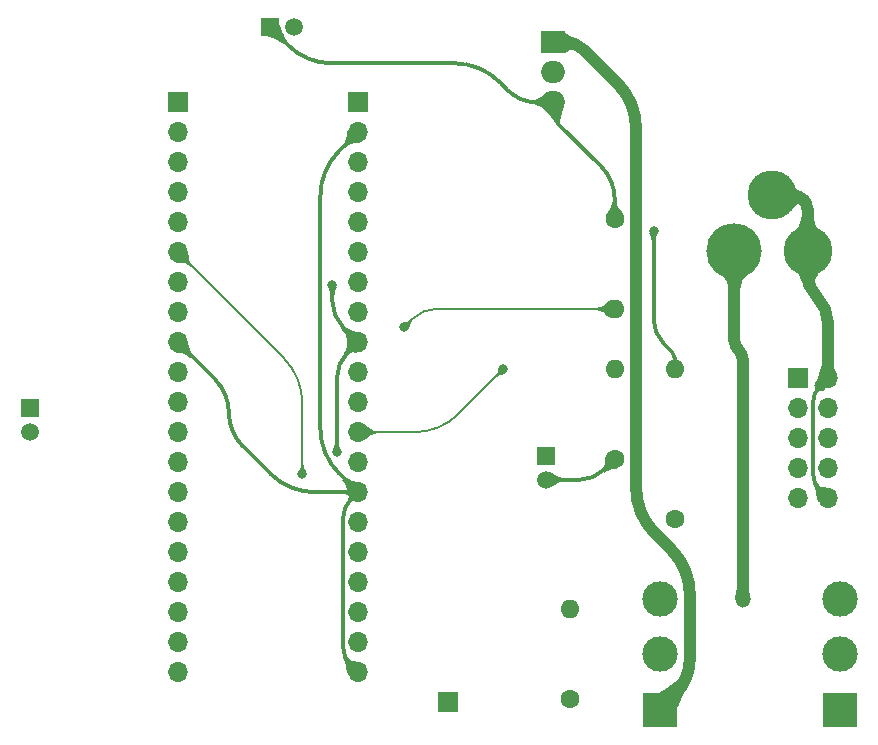
<source format=gbl>
%TF.GenerationSoftware,KiCad,Pcbnew,8.0.7*%
%TF.CreationDate,2025-02-09T12:28:47+02:00*%
%TF.ProjectId,EPM7032S Programmer,45504d37-3033-4325-9320-50726f677261,V0*%
%TF.SameCoordinates,Original*%
%TF.FileFunction,Copper,L2,Bot*%
%TF.FilePolarity,Positive*%
%FSLAX46Y46*%
G04 Gerber Fmt 4.6, Leading zero omitted, Abs format (unit mm)*
G04 Created by KiCad (PCBNEW 8.0.7) date 2025-02-09 12:28:47*
%MOMM*%
%LPD*%
G01*
G04 APERTURE LIST*
%TA.AperFunction,ComponentPad*%
%ADD10R,1.700000X1.700000*%
%TD*%
%TA.AperFunction,ComponentPad*%
%ADD11O,1.700000X1.700000*%
%TD*%
%TA.AperFunction,ComponentPad*%
%ADD12R,1.500000X1.500000*%
%TD*%
%TA.AperFunction,ComponentPad*%
%ADD13C,1.500000*%
%TD*%
%TA.AperFunction,ComponentPad*%
%ADD14O,1.600000X1.600000*%
%TD*%
%TA.AperFunction,ComponentPad*%
%ADD15C,1.600000*%
%TD*%
%TA.AperFunction,ComponentPad*%
%ADD16C,4.150000*%
%TD*%
%TA.AperFunction,ComponentPad*%
%ADD17C,4.700000*%
%TD*%
%TA.AperFunction,ComponentPad*%
%ADD18C,3.000000*%
%TD*%
%TA.AperFunction,ComponentPad*%
%ADD19R,3.000000X3.000000*%
%TD*%
%TA.AperFunction,ComponentPad*%
%ADD20O,2.000000X1.905000*%
%TD*%
%TA.AperFunction,ComponentPad*%
%ADD21R,2.000000X1.905000*%
%TD*%
%TA.AperFunction,ViaPad*%
%ADD22C,0.800000*%
%TD*%
%TA.AperFunction,ViaPad*%
%ADD23C,1.300000*%
%TD*%
%TA.AperFunction,Conductor*%
%ADD24C,0.380000*%
%TD*%
%TA.AperFunction,Conductor*%
%ADD25C,1.000000*%
%TD*%
%TA.AperFunction,Conductor*%
%ADD26C,0.200000*%
%TD*%
G04 APERTURE END LIST*
D10*
%TO.P,J5,1,Pin_1*%
%TO.N,/INPUT{slash}OE1*%
X25400000Y-33020000D03*
%TD*%
%TO.P,J1,1,Pin_1*%
%TO.N,unconnected-(J1-Pin_1-Pad1)*%
X2540000Y17780000D03*
D11*
%TO.P,J1,2,Pin_2*%
%TO.N,/5V*%
X2540000Y15240000D03*
%TO.P,J1,3,Pin_3*%
%TO.N,unconnected-(J1-Pin_3-Pad3)*%
X2540000Y12700000D03*
%TO.P,J1,4,Pin_4*%
%TO.N,unconnected-(J1-Pin_4-Pad4)*%
X2540000Y10160000D03*
%TO.P,J1,5,Pin_5*%
%TO.N,unconnected-(J1-Pin_5-Pad5)*%
X2540000Y7620000D03*
%TO.P,J1,6,Pin_6*%
%TO.N,/TDI*%
X2540000Y5080000D03*
%TO.P,J1,7,Pin_7*%
%TO.N,unconnected-(J1-Pin_7-Pad7)*%
X2540000Y2540000D03*
%TO.P,J1,8,Pin_8*%
%TO.N,unconnected-(J1-Pin_8-Pad8)*%
X2540000Y0D03*
%TO.P,J1,9,Pin_9*%
%TO.N,/GND*%
X2540000Y-2540000D03*
%TO.P,J1,10,Pin_10*%
%TO.N,unconnected-(J1-Pin_10-Pad10)*%
X2540000Y-5080000D03*
%TO.P,J1,11,Pin_11*%
%TO.N,unconnected-(J1-Pin_11-Pad11)*%
X2540000Y-7620000D03*
%TO.P,J1,12,Pin_12*%
%TO.N,/TMS*%
X2540000Y-10160000D03*
%TO.P,J1,13,Pin_13*%
%TO.N,unconnected-(J1-Pin_13-Pad13)*%
X2540000Y-12700000D03*
%TO.P,J1,14,Pin_14*%
%TO.N,/5V*%
X2540000Y-15240000D03*
%TO.P,J1,15,Pin_15*%
%TO.N,unconnected-(J1-Pin_15-Pad15)*%
X2540000Y-17780000D03*
%TO.P,J1,16,Pin_16*%
%TO.N,unconnected-(J1-Pin_16-Pad16)*%
X2540000Y-20320000D03*
%TO.P,J1,17,Pin_17*%
%TO.N,unconnected-(J1-Pin_17-Pad17)*%
X2540000Y-22860000D03*
%TO.P,J1,18,Pin_18*%
%TO.N,unconnected-(J1-Pin_18-Pad18)*%
X2540000Y-25400000D03*
%TO.P,J1,19,Pin_19*%
%TO.N,unconnected-(J1-Pin_19-Pad19)*%
X2540000Y-27940000D03*
%TO.P,J1,20,Pin_20*%
%TO.N,unconnected-(J1-Pin_20-Pad20)*%
X2540000Y-30480000D03*
%TD*%
D12*
%TO.P,C1,1*%
%TO.N,/5V*%
X10356000Y24130000D03*
D13*
%TO.P,C1,2*%
%TO.N,/GND*%
X12356000Y24130000D03*
%TD*%
D14*
%TO.P,R4,2*%
%TO.N,/INPUT{slash}OE1*%
X35724000Y-25129000D03*
D15*
%TO.P,R4,1*%
%TO.N,Net-(S1-P1)*%
X35724000Y-32749000D03*
%TD*%
D16*
%TO.P,J2,SHL2,GND*%
%TO.N,/GND*%
X55857000Y5207000D03*
%TO.P,J2,SHL1,GND*%
X52857000Y9907000D03*
D17*
%TO.P,J2,INNER,VCC*%
%TO.N,/12V Socket*%
X49657000Y5207000D03*
%TD*%
D18*
%TO.P,S2,3,P2*%
%TO.N,unconnected-(S2-P2-Pad3)*%
X43344000Y-24240000D03*
%TO.P,S2,2,CM*%
%TO.N,/12V Socket*%
X43344000Y-28939000D03*
D19*
%TO.P,S2,1,P1*%
%TO.N,/12V*%
X43344000Y-33638000D03*
%TD*%
D20*
%TO.P,U1,3,OUT*%
%TO.N,/5V*%
X34290000Y17780000D03*
%TO.P,U1,2,GND*%
%TO.N,/GND*%
X34290000Y20320000D03*
D21*
%TO.P,U1,1,IN*%
%TO.N,/12V*%
X34290000Y22860000D03*
%TD*%
D14*
%TO.P,R1,2*%
%TO.N,/5V*%
X44614000Y-4809000D03*
D15*
%TO.P,R1,1*%
%TO.N,Net-(J3-Pin_4)*%
X44614000Y-17509000D03*
%TD*%
D13*
%TO.P,C3,2*%
%TO.N,/GND*%
X33692000Y-14191000D03*
D12*
%TO.P,C3,1*%
%TO.N,/5V*%
X33692000Y-12191000D03*
%TD*%
D11*
%TO.P,J3,10,Pin_10*%
%TO.N,/GND*%
X57568000Y-15731000D03*
%TO.P,J3,9,Pin_9*%
%TO.N,/TDI*%
X55028000Y-15731000D03*
%TO.P,J3,8,Pin_8*%
%TO.N,unconnected-(J3-Pin_8-Pad8)*%
X57568000Y-13191000D03*
%TO.P,J3,7,Pin_7*%
%TO.N,unconnected-(J3-Pin_7-Pad7)*%
X55028000Y-13191000D03*
%TO.P,J3,6,Pin_6*%
%TO.N,unconnected-(J3-Pin_6-Pad6)*%
X57568000Y-10651000D03*
%TO.P,J3,5,Pin_5*%
%TO.N,/TMS*%
X55028000Y-10651000D03*
%TO.P,J3,4,Pin_4*%
%TO.N,Net-(J3-Pin_4)*%
X57568000Y-8111000D03*
%TO.P,J3,3,Pin_3*%
%TO.N,/TDO*%
X55028000Y-8111000D03*
%TO.P,J3,2,Pin_2*%
%TO.N,/GND*%
X57568000Y-5571000D03*
D10*
%TO.P,J3,1,Pin_1*%
%TO.N,/TCK*%
X55028000Y-5571000D03*
%TD*%
D14*
%TO.P,R2,2*%
%TO.N,/TCK*%
X39534000Y-4809000D03*
D15*
%TO.P,R2,1*%
%TO.N,/GND*%
X39534000Y-12429000D03*
%TD*%
D14*
%TO.P,R3,2*%
%TO.N,/TMS*%
X39534000Y271000D03*
D15*
%TO.P,R3,1*%
%TO.N,/5V*%
X39534000Y7891000D03*
%TD*%
D18*
%TO.P,S1,3,P2*%
%TO.N,unconnected-(S1-P2-Pad3)*%
X58584000Y-24240000D03*
%TO.P,S1,2,CM*%
%TO.N,/12V*%
X58584000Y-28939000D03*
D19*
%TO.P,S1,1,P1*%
%TO.N,Net-(S1-P1)*%
X58584000Y-33638000D03*
%TD*%
D13*
%TO.P,C4,2*%
%TO.N,/GND*%
X-9996000Y-10127000D03*
D12*
%TO.P,C4,1*%
%TO.N,/5V*%
X-9996000Y-8127000D03*
%TD*%
D10*
%TO.P,J4,1,Pin_1*%
%TO.N,unconnected-(J4-Pin_1-Pad1)*%
X17780000Y17780000D03*
D11*
%TO.P,J4,2,Pin_2*%
%TO.N,/GND*%
X17780000Y15240000D03*
%TO.P,J4,3,Pin_3*%
%TO.N,unconnected-(J4-Pin_3-Pad3)*%
X17780000Y12700000D03*
%TO.P,J4,4,Pin_4*%
%TO.N,unconnected-(J4-Pin_4-Pad4)*%
X17780000Y10160000D03*
%TO.P,J4,5,Pin_5*%
%TO.N,unconnected-(J4-Pin_5-Pad5)*%
X17780000Y7620000D03*
%TO.P,J4,6,Pin_6*%
%TO.N,/TDO*%
X17780000Y5080000D03*
%TO.P,J4,7,Pin_7*%
%TO.N,unconnected-(J4-Pin_7-Pad7)*%
X17780000Y2540000D03*
%TO.P,J4,8,Pin_8*%
%TO.N,unconnected-(J4-Pin_8-Pad8)*%
X17780000Y0D03*
%TO.P,J4,9,Pin_9*%
%TO.N,/5V*%
X17780000Y-2540000D03*
%TO.P,J4,10,Pin_10*%
%TO.N,unconnected-(J4-Pin_10-Pad10)*%
X17780000Y-5080000D03*
%TO.P,J4,11,Pin_11*%
%TO.N,unconnected-(J4-Pin_11-Pad11)*%
X17780000Y-7620000D03*
%TO.P,J4,12,Pin_12*%
%TO.N,/TCK*%
X17780000Y-10160000D03*
%TO.P,J4,13,Pin_13*%
%TO.N,unconnected-(J4-Pin_13-Pad13)*%
X17780000Y-12700000D03*
%TO.P,J4,14,Pin_14*%
%TO.N,/GND*%
X17780000Y-15240000D03*
%TO.P,J4,15,Pin_15*%
%TO.N,unconnected-(J4-Pin_15-Pad15)*%
X17780000Y-17780000D03*
%TO.P,J4,16,Pin_16*%
%TO.N,unconnected-(J4-Pin_16-Pad16)*%
X17780000Y-20320000D03*
%TO.P,J4,17,Pin_17*%
%TO.N,unconnected-(J4-Pin_17-Pad17)*%
X17780000Y-22860000D03*
%TO.P,J4,18,Pin_18*%
%TO.N,unconnected-(J4-Pin_18-Pad18)*%
X17780000Y-25400000D03*
%TO.P,J4,19,Pin_19*%
%TO.N,unconnected-(J4-Pin_19-Pad19)*%
X17780000Y-27940000D03*
%TO.P,J4,20,Pin_20*%
%TO.N,/GND*%
X17780000Y-30480000D03*
%TD*%
D22*
%TO.N,/TMS*%
X21717000Y-1270000D03*
%TO.N,/TCK*%
X30098998Y-4826002D03*
%TO.N,/TDI*%
X13081000Y-13715994D03*
%TO.N,/5V*%
X16002000Y-11811000D03*
X15621000Y2286000D03*
X42813900Y6887400D03*
D23*
%TO.N,/12V Socket*%
X50376500Y-24385200D03*
%TD*%
D24*
%TO.N,/5V*%
X29787792Y19488206D02*
G75*
G03*
X25940036Y21082010I-3847792J-3847806D01*
G01*
X34290000Y17107900D02*
G75*
G03*
X34765245Y15960552I1622600J0D01*
G01*
X30508171Y18767828D02*
G75*
G03*
X32893000Y17780012I2384829J2384872D01*
G01*
X16891000Y-3429000D02*
G75*
G03*
X16002015Y-5575235I2146200J-2146200D01*
G01*
X44403352Y-3406652D02*
G75*
G02*
X44613998Y-3915200I-508552J-508548D01*
G01*
X38366990Y12358809D02*
G75*
G02*
X39534005Y9541400I-2817390J-2817409D01*
G01*
X42813900Y-544337D02*
G75*
G03*
X43713961Y-2717239I3073000J37D01*
G01*
X15621000Y952500D02*
G75*
G03*
X16563937Y-1323915I3219300J0D01*
G01*
X11880000Y22606000D02*
G75*
G03*
X15559261Y21081998I3679260J3679250D01*
G01*
D25*
%TO.N,/GND*%
X55487000Y9537000D02*
G75*
G03*
X54593740Y9907017I-893300J-893300D01*
G01*
D24*
X5690566Y-5690566D02*
G75*
G02*
X6857999Y-8509000I-2818436J-2818434D01*
G01*
X16192500Y13652500D02*
G75*
G03*
X14605002Y9819935I3832560J-3832560D01*
G01*
D25*
X55487000Y9537000D02*
G75*
G02*
X55857017Y8643740I-893300J-893300D01*
G01*
D24*
X14605000Y-9819935D02*
G75*
G03*
X16192499Y-13652501I5420060J-5D01*
G01*
X56298000Y-13562974D02*
G75*
G03*
X56932992Y-15096008I2168000J-26D01*
G01*
D25*
X57568000Y-4672974D02*
G75*
G02*
X56933008Y-6206008I-2168000J-26D01*
G01*
D24*
X6858000Y-8509000D02*
G75*
G03*
X8025434Y-11327432I3985860J0D01*
G01*
X56933000Y-6206000D02*
G75*
G03*
X56298011Y-7739025I1533000J-1533000D01*
G01*
D25*
X55857000Y3264859D02*
G75*
G03*
X56712512Y1199512I2920900J41D01*
G01*
D24*
X38653000Y-13310000D02*
G75*
G02*
X36526077Y-14190991I-2126900J2126900D01*
G01*
X16903187Y-15240000D02*
G75*
G03*
X17160021Y-14619979I13J363200D01*
G01*
X17160000Y-15860000D02*
G75*
G03*
X16903187Y-15240030I-256800J256800D01*
G01*
X17160000Y-14620000D02*
G75*
G02*
X17160000Y-15860000I-620000J-620000D01*
G01*
X10344207Y-13646207D02*
G75*
G03*
X14191963Y-15240004I3847763J3847757D01*
G01*
X17160000Y-15860000D02*
G75*
G03*
X16540005Y-17356812I1496800J-1496800D01*
G01*
X16540000Y-28363187D02*
G75*
G03*
X17159996Y-29860004I2116800J-13D01*
G01*
D25*
X56712500Y1199500D02*
G75*
G02*
X57568017Y-865859I-2065400J-2065400D01*
G01*
X55857000Y6783000D02*
X55857000Y3631000D01*
%TO.N,/12V*%
X41335700Y-14857936D02*
G75*
G03*
X42929490Y-18705694I5441550J-4D01*
G01*
X36999407Y22152292D02*
G75*
G03*
X35290850Y22860025I-1708607J-1708592D01*
G01*
X44300207Y-20076407D02*
G75*
G02*
X45894011Y-23924163I-3847807J-3847793D01*
G01*
X45894000Y-29284877D02*
G75*
G02*
X44619007Y-32363007I-4353100J-23D01*
G01*
X39741907Y19409792D02*
G75*
G02*
X41335710Y15562036I-3847807J-3847792D01*
G01*
%TO.N,/12V Socket*%
X49657000Y-2327736D02*
G75*
G03*
X50016761Y-3196239I1228300J36D01*
G01*
X50016750Y-3196250D02*
G75*
G02*
X50376515Y-4064763I-868550J-868550D01*
G01*
D26*
%TO.N,/TCK*%
X26358792Y-8566207D02*
G75*
G02*
X22511036Y-10160001I-3847762J3847767D01*
G01*
%TO.N,/TDI*%
X11487207Y-3867207D02*
G75*
G02*
X13081004Y-7714963I-3847757J-3847763D01*
G01*
%TO.N,/TMS*%
X24347651Y271000D02*
G75*
G03*
X22487514Y-499514I49J-2630700D01*
G01*
%TO.N,/TDI*%
X13081000Y-7714963D02*
X13081000Y-13715994D01*
X11487207Y-3867207D02*
X2540000Y5080000D01*
D24*
%TO.N,/5V*%
X15621000Y2286000D02*
X15621000Y952500D01*
X17780000Y-2540000D02*
X16563926Y-1323926D01*
%TO.N,/GND*%
X16903187Y-15240000D02*
X14191963Y-15240000D01*
X8025433Y-11327433D02*
X10344207Y-13646207D01*
X5690566Y-5690566D02*
X2540000Y-2540000D01*
D26*
%TO.N,/TMS*%
X21717000Y-1270000D02*
X22487500Y-499500D01*
X24347651Y271000D02*
X39534000Y271000D01*
%TO.N,/TCK*%
X26358792Y-8566207D02*
X30098998Y-4826002D01*
X22511036Y-10160000D02*
X17780000Y-10160000D01*
D24*
%TO.N,/5V*%
X17780000Y-2540000D02*
X16891000Y-3429000D01*
X16002000Y-5575235D02*
X16002000Y-11811000D01*
%TO.N,/GND*%
X16192500Y-13652500D02*
X17160000Y-14620000D01*
X14605000Y9819935D02*
X14605000Y-9819935D01*
X16192500Y13652500D02*
X17780000Y15240000D01*
%TO.N,/5V*%
X25940036Y21082000D02*
X15559261Y21082000D01*
X29787792Y19488206D02*
X30508171Y18767828D01*
X32893000Y17780000D02*
X34290000Y17780000D01*
X11880000Y22606000D02*
X10356000Y24130000D01*
%TO.N,/GND*%
X17160000Y-29860000D02*
X17780000Y-30480000D01*
X16540000Y-17356812D02*
X16540000Y-28363187D01*
D25*
X55857000Y6783000D02*
X55857000Y8643740D01*
D24*
X36526077Y-14191000D02*
X33692000Y-14191000D01*
D25*
X55857000Y3631000D02*
X55857000Y3264859D01*
D24*
X56933000Y-15096000D02*
X57568000Y-15731000D01*
X56298000Y-13562974D02*
X56298000Y-7739025D01*
D25*
X57568000Y-4672974D02*
X57568000Y-865859D01*
X54593740Y9907000D02*
X52857000Y9907000D01*
D24*
X38653000Y-13310000D02*
X39534000Y-12429000D01*
%TO.N,/5V*%
X44614000Y-3915200D02*
X44614000Y-4213100D01*
X42813900Y6887400D02*
X42813900Y-544337D01*
X34765246Y15960553D02*
X38366990Y12358809D01*
X39534000Y9541400D02*
X39534000Y7891000D01*
X44403352Y-3406652D02*
X43713950Y-2717250D01*
D25*
%TO.N,/12V Socket*%
X49657000Y-2327736D02*
X49657000Y5207000D01*
X50376500Y-24385200D02*
X50376500Y-4064763D01*
%TO.N,/12V*%
X36999407Y22152292D02*
X39741907Y19409792D01*
X35290850Y22860000D02*
X34290000Y22860000D01*
X41335700Y-14857936D02*
X41335700Y15562036D01*
X44619000Y-32363000D02*
X43344000Y-33638000D01*
X45894000Y-23924163D02*
X45894000Y-29284877D01*
X42929492Y-18705692D02*
X44300207Y-20076407D01*
%TD*%
%TA.AperFunction,Conductor*%
%TO.N,/5V*%
G36*
X35257963Y17596784D02*
G01*
X35265451Y17591874D01*
X35267275Y17583106D01*
X35266710Y17581115D01*
X35193589Y17389647D01*
X35115481Y17139368D01*
X35115480Y17139363D01*
X35037371Y16843339D01*
X34959259Y16501545D01*
X34881875Y16117605D01*
X34878535Y16111502D01*
X34752223Y15989486D01*
X34618255Y15860076D01*
X34609926Y15856794D01*
X34601713Y15860363D01*
X34600200Y15862302D01*
X34376383Y16221682D01*
X34144918Y16547591D01*
X33913454Y16827750D01*
X33681989Y17062159D01*
X33463129Y17240545D01*
X33458882Y17248427D01*
X33461453Y17257005D01*
X33464273Y17259504D01*
X34285405Y17778254D01*
X34293837Y17779858D01*
X35257963Y17596784D01*
G37*
%TD.AperFunction*%
%TD*%
%TA.AperFunction,Conductor*%
%TO.N,/GND*%
G36*
X54837375Y10504254D02*
G01*
X54840107Y10502233D01*
X54961930Y10381041D01*
X55213493Y10265440D01*
X55213619Y10265381D01*
X55529183Y10115801D01*
X55530966Y10114754D01*
X55850326Y9886976D01*
X55852872Y9884498D01*
X56110269Y9543354D01*
X56112516Y9534686D01*
X56107976Y9526967D01*
X56106244Y9525884D01*
X55236479Y9082702D01*
X55234246Y9081564D01*
X55225319Y9080862D01*
X55221820Y9082700D01*
X55067724Y9200795D01*
X54873899Y9113395D01*
X54678370Y8912151D01*
X54563148Y8759308D01*
X54513288Y8693170D01*
X54418411Y8562988D01*
X54410769Y8558320D01*
X54402065Y8560424D01*
X54401281Y8561048D01*
X52872476Y9894001D01*
X52868493Y9902020D01*
X52871347Y9910508D01*
X52876775Y9914017D01*
X54828464Y10505136D01*
X54837375Y10504254D01*
G37*
%TD.AperFunction*%
%TD*%
%TA.AperFunction,Conductor*%
%TO.N,/GND*%
G36*
X58064702Y-3874542D02*
G01*
X58068128Y-3882685D01*
X58071881Y-4221352D01*
X58091060Y-4471444D01*
X58136830Y-4683872D01*
X58220464Y-4921086D01*
X58220475Y-4921116D01*
X58275999Y-5056811D01*
X58348890Y-5234948D01*
X58348851Y-5243903D01*
X58342550Y-5250184D01*
X57572489Y-5570134D01*
X57563534Y-5570143D01*
X57563511Y-5570134D01*
X56793449Y-5250184D01*
X56787124Y-5243845D01*
X56787109Y-5234948D01*
X56915524Y-4921116D01*
X56999172Y-4683860D01*
X57044938Y-4471444D01*
X57064116Y-4221364D01*
X57067872Y-3882685D01*
X57071390Y-3874451D01*
X57079571Y-3871115D01*
X58056429Y-3871115D01*
X58064702Y-3874542D01*
G37*
%TD.AperFunction*%
%TD*%
%TA.AperFunction,Conductor*%
%TO.N,/GND*%
G36*
X55863302Y5194478D02*
G01*
X55868168Y5190250D01*
X56975951Y3485654D01*
X56977586Y3476849D01*
X56973563Y3470234D01*
X56853958Y3372093D01*
X56853952Y3372088D01*
X56739690Y3240237D01*
X56698576Y3192795D01*
X56698574Y3192793D01*
X56698574Y3192792D01*
X56563315Y2950588D01*
X56563314Y2950584D01*
X56495977Y2657080D01*
X56542980Y2333418D01*
X56540777Y2324739D01*
X56535265Y2320694D01*
X55611580Y1997475D01*
X55602642Y1997977D01*
X55596675Y2004654D01*
X55596667Y2004674D01*
X55462999Y2392589D01*
X55339521Y2741332D01*
X55223365Y3025308D01*
X55107845Y3230006D01*
X54992626Y3335121D01*
X54988824Y3343227D01*
X54989907Y3348704D01*
X55847754Y5188818D01*
X55854355Y5194868D01*
X55863302Y5194478D01*
G37*
%TD.AperFunction*%
%TD*%
%TA.AperFunction,Conductor*%
%TO.N,/GND*%
G36*
X17187243Y-14647319D02*
G01*
X17188148Y-14648133D01*
X17772706Y-15231720D01*
X17776140Y-15239990D01*
X17772720Y-15248266D01*
X17772706Y-15248280D01*
X17188148Y-15831866D01*
X17179872Y-15835286D01*
X17171602Y-15831852D01*
X17170788Y-15830947D01*
X17076717Y-15714733D01*
X17075729Y-15713309D01*
X17009938Y-15601585D01*
X16948630Y-15511508D01*
X16860596Y-15451689D01*
X16724176Y-15431479D01*
X16716495Y-15426876D01*
X16714191Y-15419905D01*
X16714191Y-15060094D01*
X16717618Y-15051821D01*
X16724174Y-15048520D01*
X16860595Y-15028310D01*
X16948630Y-14968490D01*
X17009940Y-14878410D01*
X17075733Y-14766681D01*
X17076712Y-14765271D01*
X17170789Y-14649051D01*
X17178657Y-14644777D01*
X17187243Y-14647319D01*
G37*
%TD.AperFunction*%
%TD*%
%TA.AperFunction,Conductor*%
%TO.N,/GND*%
G36*
X17777164Y-15242636D02*
G01*
X17780599Y-15250906D01*
X17780599Y-15250925D01*
X17780009Y-16076382D01*
X17776576Y-16084653D01*
X17768301Y-16088074D01*
X17766539Y-16087939D01*
X17630264Y-16067082D01*
X17627807Y-16066427D01*
X17508134Y-16020062D01*
X17406221Y-15983312D01*
X17406217Y-15983311D01*
X17311950Y-15990386D01*
X17221316Y-16068822D01*
X17212818Y-16071645D01*
X17206539Y-16069258D01*
X16920758Y-15849971D01*
X16916282Y-15842217D01*
X16917742Y-15834854D01*
X16985032Y-15717937D01*
X16985032Y-15717936D01*
X16998164Y-15614695D01*
X16998164Y-15614692D01*
X16976834Y-15513984D01*
X16976833Y-15513980D01*
X16976832Y-15513974D01*
X16946069Y-15396621D01*
X16945750Y-15394855D01*
X16931309Y-15252870D01*
X16933881Y-15244293D01*
X16941765Y-15240047D01*
X16942919Y-15239987D01*
X17768890Y-15239217D01*
X17777164Y-15242636D01*
G37*
%TD.AperFunction*%
%TD*%
%TA.AperFunction,Conductor*%
%TO.N,/GND*%
G36*
X16720547Y-13910430D02*
G01*
X16994152Y-14136809D01*
X16994156Y-14136811D01*
X16994158Y-14136812D01*
X17232157Y-14243859D01*
X17232158Y-14243859D01*
X17232162Y-14243861D01*
X17232168Y-14243862D01*
X17232171Y-14243863D01*
X17280766Y-14253231D01*
X17468562Y-14289435D01*
X17744735Y-14338028D01*
X17746309Y-14338419D01*
X18093242Y-14450802D01*
X18100056Y-14456612D01*
X18100767Y-14465539D01*
X18100450Y-14466399D01*
X17782562Y-15236214D01*
X17776237Y-15242553D01*
X17776214Y-15242562D01*
X17006399Y-15560450D01*
X16997444Y-15560441D01*
X16991119Y-15554102D01*
X16990802Y-15553242D01*
X16878420Y-15206311D01*
X16878028Y-15204733D01*
X16829435Y-14928562D01*
X16783861Y-14692162D01*
X16783859Y-14692157D01*
X16676812Y-14454158D01*
X16676811Y-14454156D01*
X16676809Y-14454152D01*
X16450430Y-14180547D01*
X16447797Y-14171989D01*
X16451171Y-14164817D01*
X16704817Y-13911171D01*
X16713089Y-13907745D01*
X16720547Y-13910430D01*
G37*
%TD.AperFunction*%
%TD*%
%TA.AperFunction,Conductor*%
%TO.N,/12V*%
G36*
X44967060Y-31069693D02*
G01*
X45815515Y-31559548D01*
X45820966Y-31566653D01*
X45819798Y-31575531D01*
X45819609Y-31575846D01*
X45629581Y-31882365D01*
X45433174Y-32229176D01*
X45236786Y-32605955D01*
X45040397Y-33012733D01*
X44846692Y-33443543D01*
X44840174Y-33449683D01*
X44837486Y-33450353D01*
X43356582Y-33637215D01*
X43347945Y-33634851D01*
X43343509Y-33627072D01*
X43343417Y-33625681D01*
X43342306Y-33450353D01*
X43334041Y-32145445D01*
X43337416Y-32137151D01*
X43340719Y-32134804D01*
X43659184Y-31983517D01*
X43984374Y-31799034D01*
X44309565Y-31584551D01*
X44634755Y-31340068D01*
X44953667Y-31070885D01*
X44962198Y-31068169D01*
X44967060Y-31069693D01*
G37*
%TD.AperFunction*%
%TD*%
%TA.AperFunction,Conductor*%
%TO.N,/TDI*%
G36*
X13178566Y-12919421D02*
G01*
X13181947Y-12926659D01*
X13196158Y-13086752D01*
X13237262Y-13201856D01*
X13297734Y-13296260D01*
X13370611Y-13404349D01*
X13371360Y-13405629D01*
X13444900Y-13551696D01*
X13445560Y-13560626D01*
X13439711Y-13567407D01*
X13438952Y-13567756D01*
X13085502Y-13715117D01*
X13076548Y-13715138D01*
X13076498Y-13715117D01*
X12723046Y-13567756D01*
X12716728Y-13561409D01*
X12716749Y-13552455D01*
X12717083Y-13551728D01*
X12790646Y-13405614D01*
X12791378Y-13404363D01*
X12864261Y-13296265D01*
X12924738Y-13201854D01*
X12965840Y-13086755D01*
X12980053Y-12926658D01*
X12984198Y-12918722D01*
X12991707Y-12915994D01*
X13170293Y-12915994D01*
X13178566Y-12919421D01*
G37*
%TD.AperFunction*%
%TD*%
%TA.AperFunction,Conductor*%
%TO.N,/TDI*%
G36*
X3322292Y5400333D02*
G01*
X3328617Y5393994D01*
X3329011Y5392887D01*
X3436410Y5034491D01*
X3436837Y5032361D01*
X3467445Y4742537D01*
X3467458Y4742412D01*
X3491230Y4491621D01*
X3581763Y4240545D01*
X3806327Y3956797D01*
X3808774Y3948183D01*
X3805426Y3941263D01*
X3678736Y3814573D01*
X3670463Y3811146D01*
X3663204Y3813671D01*
X3379455Y4038234D01*
X3379453Y4038234D01*
X3379453Y4038235D01*
X3324707Y4057974D01*
X3128374Y4128769D01*
X2877586Y4152540D01*
X2587635Y4183160D01*
X2585509Y4183586D01*
X2227109Y4290988D01*
X2220171Y4296645D01*
X2219263Y4305554D01*
X2219657Y4306661D01*
X2296036Y4491624D01*
X2537438Y5076215D01*
X2543761Y5082552D01*
X3313337Y5400342D01*
X3322292Y5400333D01*
G37*
%TD.AperFunction*%
%TD*%
%TA.AperFunction,Conductor*%
%TO.N,/5V*%
G36*
X15625502Y2285123D02*
G01*
X15979529Y2137522D01*
X15985847Y2131175D01*
X15985826Y2122221D01*
X15985732Y2122001D01*
X15922558Y1978803D01*
X15922493Y1978660D01*
X15871858Y1867921D01*
X15871853Y1867908D01*
X15837202Y1769412D01*
X15817340Y1652418D01*
X15811429Y1497255D01*
X15807689Y1489118D01*
X15799737Y1486000D01*
X15442263Y1486000D01*
X15433990Y1489427D01*
X15430571Y1497254D01*
X15430571Y1497255D01*
X15424658Y1652412D01*
X15404794Y1769416D01*
X15370145Y1867907D01*
X15319450Y1978779D01*
X15256266Y2122003D01*
X15256063Y2130953D01*
X15262250Y2137428D01*
X15262470Y2137522D01*
X15616498Y2285123D01*
X15625452Y2285144D01*
X15625502Y2285123D01*
G37*
%TD.AperFunction*%
%TD*%
%TA.AperFunction,Conductor*%
%TO.N,/5V*%
G36*
X16720471Y-1210354D02*
G01*
X16994093Y-1436753D01*
X17195398Y-1527305D01*
X17232117Y-1543822D01*
X17468494Y-1589405D01*
X17468504Y-1589406D01*
X17468526Y-1589411D01*
X17744713Y-1638016D01*
X17746289Y-1638408D01*
X18093242Y-1750802D01*
X18100056Y-1756612D01*
X18100767Y-1765539D01*
X18100450Y-1766399D01*
X17782562Y-2536214D01*
X17776237Y-2542553D01*
X17776214Y-2542562D01*
X17006399Y-2860450D01*
X16997444Y-2860441D01*
X16991119Y-2854102D01*
X16990802Y-2853242D01*
X16878407Y-2506287D01*
X16878016Y-2504711D01*
X16829405Y-2228494D01*
X16783822Y-1992117D01*
X16767305Y-1955398D01*
X16676753Y-1754093D01*
X16450354Y-1480471D01*
X16447721Y-1471913D01*
X16451095Y-1464741D01*
X16704741Y-1211095D01*
X16713013Y-1207669D01*
X16720471Y-1210354D01*
G37*
%TD.AperFunction*%
%TD*%
%TA.AperFunction,Conductor*%
%TO.N,/GND*%
G36*
X3322555Y-2219558D02*
G01*
X3328880Y-2225897D01*
X3329197Y-2226757D01*
X3441589Y-2573708D01*
X3441981Y-2575286D01*
X3490593Y-2851503D01*
X3536175Y-3087880D01*
X3643246Y-3325906D01*
X3643249Y-3325910D01*
X3869644Y-3599527D01*
X3872278Y-3608086D01*
X3868903Y-3615259D01*
X3615259Y-3868903D01*
X3606986Y-3872330D01*
X3599527Y-3869644D01*
X3598631Y-3868903D01*
X3325906Y-3643246D01*
X3263689Y-3615259D01*
X3087880Y-3536175D01*
X2851503Y-3490593D01*
X2575286Y-3441981D01*
X2573708Y-3441589D01*
X2226757Y-3329197D01*
X2219943Y-3323387D01*
X2219232Y-3314460D01*
X2219544Y-3313613D01*
X2537438Y-2543783D01*
X2543759Y-2537448D01*
X3313601Y-2219549D01*
X3322555Y-2219558D01*
G37*
%TD.AperFunction*%
%TD*%
%TA.AperFunction,Conductor*%
%TO.N,/TMS*%
G36*
X22219545Y-641174D02*
G01*
X22345824Y-767453D01*
X22349251Y-775726D01*
X22346523Y-783235D01*
X22243371Y-906485D01*
X22243369Y-906488D01*
X22243368Y-906490D01*
X22240726Y-912068D01*
X22191043Y-1016941D01*
X22167052Y-1126447D01*
X22142151Y-1254418D01*
X22141776Y-1255852D01*
X22090492Y-1411139D01*
X22084643Y-1417920D01*
X22075713Y-1418580D01*
X22074930Y-1418290D01*
X21720804Y-1272563D01*
X21714457Y-1266245D01*
X21714436Y-1266195D01*
X21568709Y-912068D01*
X21568730Y-903114D01*
X21575077Y-896796D01*
X21575833Y-896515D01*
X21731157Y-845218D01*
X21732569Y-844849D01*
X21860535Y-819949D01*
X21970058Y-795954D01*
X22080508Y-743630D01*
X22203766Y-640473D01*
X22212307Y-637793D01*
X22219545Y-641174D01*
G37*
%TD.AperFunction*%
%TD*%
%TA.AperFunction,Conductor*%
%TO.N,/TMS*%
G36*
X39232314Y999219D02*
G01*
X39232810Y998174D01*
X39533134Y275490D01*
X39533144Y266536D01*
X39533135Y266514D01*
X39533134Y266510D01*
X39232810Y-456174D01*
X39226471Y-462499D01*
X39217516Y-462488D01*
X39216471Y-461992D01*
X38907520Y-296110D01*
X38905739Y-294932D01*
X38692315Y-123912D01*
X38692234Y-123847D01*
X38669228Y-105072D01*
X38509156Y25559D01*
X38281638Y131041D01*
X37944362Y169808D01*
X37936536Y174157D01*
X37934000Y181431D01*
X37934000Y360568D01*
X37937427Y368841D01*
X37944364Y372191D01*
X38281633Y410957D01*
X38281636Y410957D01*
X38281638Y410958D01*
X38281639Y410958D01*
X38281641Y410959D01*
X38509156Y516440D01*
X38692241Y665853D01*
X38717589Y686165D01*
X38905739Y836932D01*
X38907520Y838110D01*
X39216471Y1003992D01*
X39225381Y1004887D01*
X39232314Y999219D01*
G37*
%TD.AperFunction*%
%TD*%
%TA.AperFunction,Conductor*%
%TO.N,/TCK*%
G36*
X29741066Y-4677711D02*
G01*
X29908403Y-4746571D01*
X30095193Y-4823438D01*
X30101540Y-4829756D01*
X30101561Y-4829806D01*
X30247288Y-5183932D01*
X30247267Y-5192886D01*
X30240920Y-5199204D01*
X30240137Y-5199494D01*
X30084850Y-5250778D01*
X30083416Y-5251153D01*
X29955445Y-5276054D01*
X29845939Y-5300045D01*
X29785778Y-5328546D01*
X29735488Y-5352370D01*
X29735486Y-5352371D01*
X29735483Y-5352373D01*
X29612233Y-5455525D01*
X29603689Y-5458207D01*
X29596451Y-5454826D01*
X29470172Y-5328546D01*
X29466745Y-5320273D01*
X29469471Y-5312767D01*
X29572628Y-5189509D01*
X29624952Y-5079059D01*
X29648947Y-4969537D01*
X29673847Y-4841571D01*
X29674216Y-4840159D01*
X29725505Y-4684860D01*
X29731353Y-4678081D01*
X29740283Y-4677421D01*
X29741066Y-4677711D01*
G37*
%TD.AperFunction*%
%TD*%
%TA.AperFunction,Conductor*%
%TO.N,/TCK*%
G36*
X18115610Y-9380334D02*
G01*
X18116662Y-9380834D01*
X18446033Y-9558317D01*
X18447842Y-9559521D01*
X18674522Y-9742896D01*
X18868665Y-9903421D01*
X19110223Y-10016944D01*
X19469653Y-10058795D01*
X19477474Y-10063155D01*
X19480000Y-10070416D01*
X19480000Y-10249583D01*
X19476573Y-10257856D01*
X19469653Y-10261204D01*
X19110225Y-10303054D01*
X18868669Y-10416574D01*
X18868662Y-10416578D01*
X18674550Y-10577077D01*
X18674454Y-10577156D01*
X18447842Y-10760477D01*
X18446033Y-10761681D01*
X18116671Y-10939160D01*
X18107762Y-10940068D01*
X18100821Y-10934410D01*
X18100316Y-10933349D01*
X18028990Y-10761681D01*
X17780864Y-10164488D01*
X17780856Y-10155534D01*
X17780865Y-10155511D01*
X17819238Y-10063155D01*
X18100317Y-9386648D01*
X18106655Y-9380325D01*
X18115610Y-9380334D01*
G37*
%TD.AperFunction*%
%TD*%
%TA.AperFunction,Conductor*%
%TO.N,/5V*%
G36*
X17006564Y-2219616D02*
G01*
X17776129Y-2537363D01*
X17782468Y-2543687D01*
X17782478Y-2543711D01*
X18100168Y-3312918D01*
X18100159Y-3321873D01*
X18093820Y-3328198D01*
X18092326Y-3328700D01*
X17801532Y-3405073D01*
X17798753Y-3405455D01*
X17553025Y-3409510D01*
X17552746Y-3409512D01*
X17339636Y-3407940D01*
X17136793Y-3471111D01*
X16927996Y-3662655D01*
X16919583Y-3665722D01*
X16912792Y-3663180D01*
X16631775Y-3439079D01*
X16627444Y-3431242D01*
X16629221Y-3423617D01*
X16791142Y-3171200D01*
X16855474Y-2958215D01*
X16873102Y-2754240D01*
X16873137Y-2753904D01*
X16900533Y-2520476D01*
X16900970Y-2518406D01*
X16990918Y-2226977D01*
X16996632Y-2220085D01*
X17005548Y-2219250D01*
X17006564Y-2219616D01*
G37*
%TD.AperFunction*%
%TD*%
%TA.AperFunction,Conductor*%
%TO.N,/5V*%
G36*
X16189010Y-11014427D02*
G01*
X16192429Y-11022255D01*
X16198340Y-11177418D01*
X16218202Y-11294412D01*
X16252853Y-11392908D01*
X16252858Y-11392921D01*
X16303483Y-11503636D01*
X16303548Y-11503779D01*
X16366732Y-11647001D01*
X16366936Y-11655953D01*
X16360749Y-11662428D01*
X16360529Y-11662522D01*
X16006502Y-11810123D01*
X15997548Y-11810144D01*
X15997498Y-11810123D01*
X15643470Y-11662522D01*
X15637152Y-11656175D01*
X15637173Y-11647221D01*
X15637236Y-11647071D01*
X15700450Y-11503779D01*
X15751145Y-11392907D01*
X15785794Y-11294416D01*
X15805658Y-11177412D01*
X15811571Y-11022253D01*
X15815311Y-11014118D01*
X15823263Y-11011000D01*
X16180737Y-11011000D01*
X16189010Y-11014427D01*
G37*
%TD.AperFunction*%
%TD*%
%TA.AperFunction,Conductor*%
%TO.N,/GND*%
G36*
X17006399Y15560450D02*
G01*
X17776214Y15242562D01*
X17782553Y15236237D01*
X17782562Y15236214D01*
X18100450Y14466399D01*
X18100441Y14457444D01*
X18094102Y14451119D01*
X18093242Y14450802D01*
X17746289Y14338408D01*
X17744713Y14338016D01*
X17468526Y14289411D01*
X17468504Y14289406D01*
X17468494Y14289405D01*
X17232117Y14243822D01*
X17232115Y14243821D01*
X16994093Y14136753D01*
X16721368Y13911096D01*
X16720472Y13910355D01*
X16711913Y13907721D01*
X16704741Y13911095D01*
X16451095Y14164741D01*
X16447669Y14173013D01*
X16450355Y14180472D01*
X16676749Y14454088D01*
X16676752Y14454092D01*
X16676753Y14454093D01*
X16783821Y14692115D01*
X16783822Y14692117D01*
X16829405Y14928494D01*
X16878016Y15204711D01*
X16878408Y15206289D01*
X16890159Y15242562D01*
X16990802Y15553242D01*
X16996612Y15560056D01*
X17005539Y15560767D01*
X17006399Y15560450D01*
G37*
%TD.AperFunction*%
%TD*%
%TA.AperFunction,Conductor*%
%TO.N,/5V*%
G36*
X33720198Y18562362D02*
G01*
X33721206Y18561159D01*
X34285964Y17786783D01*
X34288070Y17778080D01*
X34285963Y17772994D01*
X33721110Y16998705D01*
X33713466Y16994041D01*
X33704763Y16996148D01*
X33703665Y16997056D01*
X33701902Y16998705D01*
X33507148Y17180896D01*
X33300977Y17337899D01*
X33094805Y17459034D01*
X32888634Y17544300D01*
X32692521Y17591288D01*
X32685275Y17596548D01*
X32683622Y17603976D01*
X32684466Y17611471D01*
X32724104Y17963291D01*
X32728435Y17971127D01*
X32732821Y17973313D01*
X32922670Y18022049D01*
X33120332Y18107487D01*
X33317994Y18227620D01*
X33515656Y18382450D01*
X33515660Y18382454D01*
X33515664Y18382457D01*
X33666750Y18527323D01*
X33703656Y18562710D01*
X33711999Y18565962D01*
X33720198Y18562362D01*
G37*
%TD.AperFunction*%
%TD*%
%TA.AperFunction,Conductor*%
%TO.N,/5V*%
G36*
X11103738Y24436018D02*
G01*
X11110062Y24429679D01*
X11110218Y24429282D01*
X11238935Y24082135D01*
X11371874Y23757196D01*
X11504806Y23465879D01*
X11504811Y23465868D01*
X11637738Y23208158D01*
X11766044Y22991837D01*
X11767317Y22982973D01*
X11764254Y22977595D01*
X11508858Y22722199D01*
X11500585Y22718772D01*
X11493962Y22720827D01*
X11210651Y22915456D01*
X10919323Y23081991D01*
X10627995Y23214928D01*
X10336667Y23314264D01*
X10058872Y23376946D01*
X10051557Y23382110D01*
X10050035Y23390934D01*
X10050631Y23392815D01*
X10353437Y24126213D01*
X10359760Y24132551D01*
X10359786Y24132562D01*
X11094783Y24436028D01*
X11103738Y24436018D01*
G37*
%TD.AperFunction*%
%TD*%
%TA.AperFunction,Conductor*%
%TO.N,/GND*%
G36*
X16895922Y-29137900D02*
G01*
X17056052Y-29401168D01*
X17250747Y-29521867D01*
X17484230Y-29563185D01*
X17764991Y-29596766D01*
X17766836Y-29597140D01*
X18092713Y-29691079D01*
X18099713Y-29696663D01*
X18100714Y-29705562D01*
X18100285Y-29706789D01*
X17782238Y-30476430D01*
X17775911Y-30482768D01*
X17775890Y-30482777D01*
X17005984Y-30800623D01*
X16997029Y-30800612D01*
X16990704Y-30794273D01*
X16990525Y-30793811D01*
X16877263Y-30482777D01*
X16859589Y-30434241D01*
X16859238Y-30433098D01*
X16790595Y-30160604D01*
X16790468Y-30160035D01*
X16743816Y-29919714D01*
X16674956Y-29646358D01*
X16543472Y-29285279D01*
X16543861Y-29276335D01*
X16549988Y-29270469D01*
X16881452Y-29133172D01*
X16890404Y-29133172D01*
X16895922Y-29137900D01*
G37*
%TD.AperFunction*%
%TD*%
%TA.AperFunction,Conductor*%
%TO.N,/GND*%
G36*
X56354566Y8278573D02*
G01*
X56357947Y8271335D01*
X56390924Y7899965D01*
X56390926Y7899955D01*
X56478773Y7574236D01*
X56478778Y7574224D01*
X56599666Y7313259D01*
X56732702Y7125541D01*
X56732705Y7125537D01*
X56849737Y7025728D01*
X56853808Y7017752D01*
X56852391Y7011176D01*
X55867246Y5224581D01*
X55860250Y5218991D01*
X55851350Y5219985D01*
X55846754Y5224581D01*
X54861607Y7011178D01*
X54860614Y7020076D01*
X54864262Y7025728D01*
X54981293Y7125537D01*
X54981293Y7125538D01*
X54981296Y7125540D01*
X55114333Y7313261D01*
X55235222Y7574227D01*
X55235223Y7574232D01*
X55235225Y7574236D01*
X55323072Y7899955D01*
X55323074Y7899965D01*
X55356053Y8271335D01*
X55360198Y8279273D01*
X55367707Y8282000D01*
X56346293Y8282000D01*
X56354566Y8278573D01*
G37*
%TD.AperFunction*%
%TD*%
%TA.AperFunction,Conductor*%
%TO.N,/GND*%
G36*
X33989482Y-13503385D02*
G01*
X33990245Y-13503735D01*
X34274408Y-13646546D01*
X34275669Y-13647282D01*
X34478940Y-13783658D01*
X34611801Y-13868165D01*
X34656090Y-13896336D01*
X34871963Y-13972817D01*
X35181326Y-14000060D01*
X35189267Y-14004199D01*
X35192000Y-14011715D01*
X35192000Y-14370284D01*
X35188573Y-14378557D01*
X35181326Y-14381939D01*
X34871962Y-14409182D01*
X34656090Y-14485662D01*
X34656089Y-14485663D01*
X34478940Y-14598340D01*
X34275669Y-14734716D01*
X34274405Y-14735454D01*
X33990245Y-14878264D01*
X33981314Y-14878917D01*
X33974537Y-14873064D01*
X33974193Y-14872315D01*
X33692865Y-14195489D01*
X33692855Y-14186536D01*
X33974188Y-13509696D01*
X33980527Y-13503374D01*
X33989482Y-13503385D01*
G37*
%TD.AperFunction*%
%TD*%
%TA.AperFunction,Conductor*%
%TO.N,/GND*%
G36*
X56681707Y-14414668D02*
G01*
X56841791Y-14673959D01*
X56841792Y-14673960D01*
X56841793Y-14673961D01*
X57037732Y-14788373D01*
X57272692Y-14822852D01*
X57546657Y-14849987D01*
X57554055Y-14850720D01*
X57556063Y-14851098D01*
X57880596Y-14942143D01*
X57887636Y-14947677D01*
X57888701Y-14956568D01*
X57888249Y-14957876D01*
X57570238Y-15727430D01*
X57563911Y-15733768D01*
X57563890Y-15733777D01*
X56793955Y-16051634D01*
X56785000Y-16051623D01*
X56778675Y-16045284D01*
X56778516Y-16044875D01*
X56648670Y-15691094D01*
X56648336Y-15690025D01*
X56578468Y-15422294D01*
X56578343Y-15421757D01*
X56529700Y-15185865D01*
X56459620Y-14917317D01*
X56329271Y-14562152D01*
X56329638Y-14553206D01*
X56335777Y-14547313D01*
X56667278Y-14410005D01*
X56676229Y-14410005D01*
X56681707Y-14414668D01*
G37*
%TD.AperFunction*%
%TD*%
%TA.AperFunction,Conductor*%
%TO.N,/GND*%
G36*
X38807084Y-12127885D02*
G01*
X39530287Y-12426521D01*
X39536625Y-12432846D01*
X39536636Y-12432871D01*
X39835321Y-13156414D01*
X39835310Y-13165368D01*
X39828970Y-13171693D01*
X39828118Y-13172007D01*
X39541375Y-13265063D01*
X39539659Y-13265479D01*
X39312161Y-13302848D01*
X39312006Y-13302873D01*
X39277277Y-13308099D01*
X39114390Y-13332614D01*
X39114387Y-13332614D01*
X39114387Y-13332615D01*
X38907327Y-13406489D01*
X38659527Y-13570497D01*
X38650737Y-13572205D01*
X38643923Y-13568035D01*
X38420006Y-13287249D01*
X38417527Y-13278644D01*
X38420642Y-13271926D01*
X38613741Y-13067270D01*
X38686398Y-12870246D01*
X38697143Y-12663596D01*
X38711402Y-12423912D01*
X38711806Y-12421490D01*
X38791358Y-12135567D01*
X38796877Y-12128516D01*
X38805766Y-12127432D01*
X38807084Y-12127885D01*
G37*
%TD.AperFunction*%
%TD*%
%TA.AperFunction,Conductor*%
%TO.N,/5V*%
G36*
X42818402Y6886523D02*
G01*
X43172429Y6738922D01*
X43178747Y6732575D01*
X43178726Y6723621D01*
X43178632Y6723401D01*
X43115458Y6580203D01*
X43115393Y6580060D01*
X43064758Y6469321D01*
X43064753Y6469308D01*
X43030102Y6370812D01*
X43010240Y6253818D01*
X43004329Y6098655D01*
X43000589Y6090518D01*
X42992637Y6087400D01*
X42635163Y6087400D01*
X42626890Y6090827D01*
X42623471Y6098654D01*
X42623471Y6098655D01*
X42617558Y6253812D01*
X42597694Y6370816D01*
X42563045Y6469307D01*
X42512350Y6580179D01*
X42449166Y6723403D01*
X42448963Y6732353D01*
X42455150Y6738828D01*
X42455370Y6738922D01*
X42809398Y6886523D01*
X42818352Y6886544D01*
X42818402Y6886523D01*
G37*
%TD.AperFunction*%
%TD*%
%TA.AperFunction,Conductor*%
%TO.N,/5V*%
G36*
X39721595Y9487573D02*
G01*
X39724973Y9480366D01*
X39755286Y9148913D01*
X39755289Y9148899D01*
X39839824Y8918966D01*
X39839830Y8918954D01*
X39963635Y8730673D01*
X40112282Y8514205D01*
X40113073Y8512872D01*
X40267400Y8208399D01*
X40268084Y8199470D01*
X40262254Y8192673D01*
X40261468Y8192311D01*
X39538487Y7891864D01*
X39529538Y7891854D01*
X38806543Y8192306D01*
X38800220Y8198644D01*
X38800231Y8207599D01*
X38800599Y8208399D01*
X38954924Y8512872D01*
X38955715Y8514205D01*
X39104362Y8730672D01*
X39228170Y8918957D01*
X39228171Y8918960D01*
X39228174Y8918966D01*
X39312709Y9148899D01*
X39312711Y9148904D01*
X39343027Y9480366D01*
X39347193Y9488292D01*
X39354678Y9491000D01*
X39713322Y9491000D01*
X39721595Y9487573D01*
G37*
%TD.AperFunction*%
%TD*%
%TA.AperFunction,Conductor*%
%TO.N,/12V Socket*%
G36*
X49662013Y5191267D02*
G01*
X49667571Y5185709D01*
X50653097Y3107581D01*
X50653546Y3098638D01*
X50649980Y3093550D01*
X50542673Y3004856D01*
X50542672Y3004854D01*
X50542670Y3004853D01*
X50410880Y2821617D01*
X50286254Y2561393D01*
X50193418Y2235936D01*
X50193417Y2235934D01*
X50158017Y1867581D01*
X50153815Y1859673D01*
X50146371Y1857000D01*
X49167629Y1857000D01*
X49159356Y1860427D01*
X49155983Y1867581D01*
X49120581Y2235934D01*
X49120581Y2235936D01*
X49027744Y2561394D01*
X48903117Y2821619D01*
X48771326Y3004856D01*
X48664018Y3093550D01*
X48659825Y3101462D01*
X48660901Y3107579D01*
X49646429Y5185709D01*
X49653070Y5191716D01*
X49662013Y5191267D01*
G37*
%TD.AperFunction*%
%TD*%
%TA.AperFunction,Conductor*%
%TO.N,/12V Socket*%
G36*
X50873624Y-23088627D02*
G01*
X50877036Y-23096336D01*
X50892100Y-23408841D01*
X50929300Y-23637020D01*
X50929301Y-23637025D01*
X50973619Y-23833023D01*
X50973755Y-23833720D01*
X51010794Y-24060909D01*
X51010932Y-24062229D01*
X51025909Y-24372955D01*
X51022885Y-24381383D01*
X51014786Y-24385204D01*
X51014241Y-24385218D01*
X50376518Y-24386199D01*
X50376482Y-24386199D01*
X49738758Y-24385218D01*
X49730490Y-24381778D01*
X49727076Y-24373500D01*
X49727090Y-24372955D01*
X49742068Y-24062218D01*
X49742203Y-24060920D01*
X49779245Y-23833712D01*
X49779380Y-23833023D01*
X49823700Y-23637020D01*
X49860900Y-23408841D01*
X49875963Y-23096336D01*
X49879784Y-23088238D01*
X49887649Y-23085200D01*
X50865351Y-23085200D01*
X50873624Y-23088627D01*
G37*
%TD.AperFunction*%
%TD*%
%TA.AperFunction,Conductor*%
%TO.N,/12V*%
G36*
X35297526Y23715609D02*
G01*
X35520029Y23547805D01*
X35520037Y23547800D01*
X35750061Y23401472D01*
X35750083Y23401459D01*
X35980094Y23282288D01*
X35980096Y23282287D01*
X36210133Y23190252D01*
X36210138Y23190250D01*
X36426760Y23129150D01*
X36433792Y23123606D01*
X36434845Y23114713D01*
X36434125Y23112812D01*
X36009078Y22230218D01*
X36002401Y22224252D01*
X35999871Y22223672D01*
X35863023Y22208018D01*
X35863019Y22208017D01*
X35719776Y22168138D01*
X35719772Y22168136D01*
X35719767Y22168135D01*
X35576511Y22104754D01*
X35506840Y22062501D01*
X35433254Y22017875D01*
X35348346Y21952455D01*
X35297944Y21913620D01*
X35289300Y21911286D01*
X35282737Y21914414D01*
X34298461Y22851520D01*
X34294834Y22859706D01*
X34298056Y22868061D01*
X34298901Y22868863D01*
X34597136Y23125368D01*
X35282852Y23715138D01*
X35291359Y23717935D01*
X35297526Y23715609D01*
G37*
%TD.AperFunction*%
%TD*%
M02*

</source>
